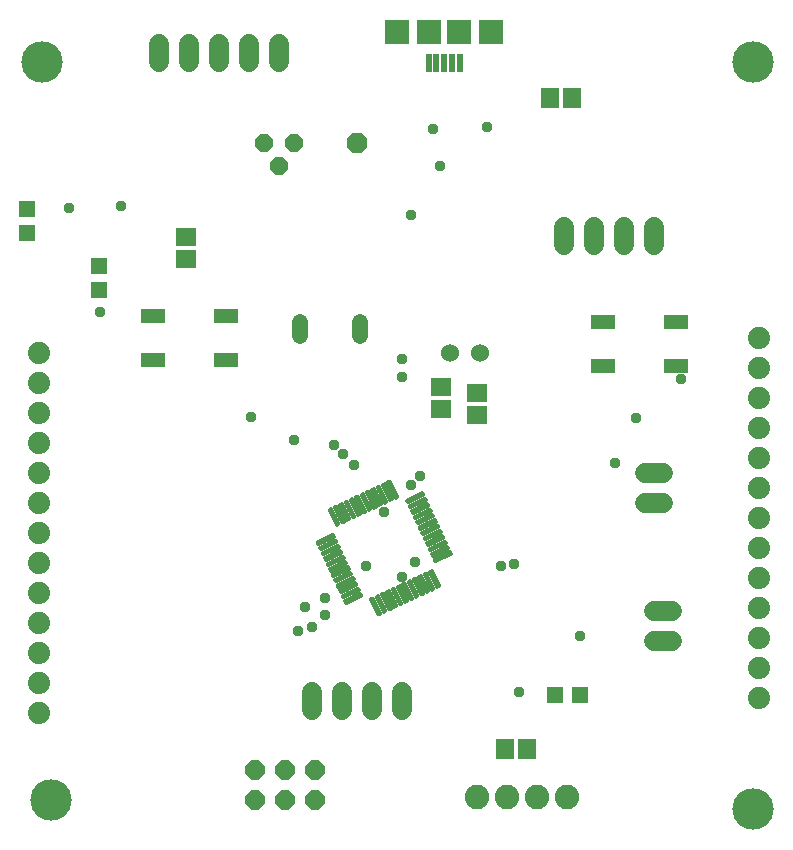
<source format=gbr>
G04 EAGLE Gerber RS-274X export*
G75*
%MOMM*%
%FSLAX34Y34*%
%LPD*%
%INSoldermask Top*%
%IPPOS*%
%AMOC8*
5,1,8,0,0,1.08239X$1,22.5*%
G01*
%ADD10R,1.703200X1.503200*%
%ADD11R,1.503200X1.703200*%
%ADD12R,0.553200X1.603200*%
%ADD13R,2.003200X2.103200*%
%ADD14R,2.103200X2.103200*%
%ADD15P,1.759533X8X22.500000*%
%ADD16C,1.727200*%
%ADD17C,1.879600*%
%ADD18R,1.403200X1.403200*%
%ADD19C,1.320800*%
%ADD20C,1.524000*%
%ADD21R,1.803200X1.503200*%
%ADD22R,1.503200X1.803200*%
%ADD23R,2.003200X1.303200*%
%ADD24C,2.082800*%
%ADD25P,1.649562X8X202.500000*%
%ADD26C,0.343072*%
%ADD27C,3.505200*%
%ADD28P,1.869504X8X22.500000*%
%ADD29C,0.959600*%


D10*
X406400Y390500D03*
X406400Y371500D03*
X375920Y395580D03*
X375920Y376580D03*
D11*
X429920Y88900D03*
X448920Y88900D03*
D12*
X391460Y669460D03*
X365460Y669460D03*
X384960Y669460D03*
X378460Y669460D03*
X371960Y669460D03*
D13*
X418460Y695960D03*
X338460Y695960D03*
D14*
X391160Y695960D03*
X365760Y695960D03*
D15*
X218440Y45720D03*
X218440Y71120D03*
X243840Y45720D03*
X243840Y71120D03*
X269240Y45720D03*
X269240Y71120D03*
D16*
X548640Y322580D02*
X563880Y322580D01*
X563880Y297180D02*
X548640Y297180D01*
X556260Y180340D02*
X571500Y180340D01*
X571500Y205740D02*
X556260Y205740D01*
D17*
X645160Y436880D03*
X645160Y411480D03*
X645160Y386080D03*
X645160Y360680D03*
X645160Y335280D03*
X645160Y309880D03*
X645160Y284480D03*
X645160Y259080D03*
X645160Y233680D03*
X645160Y208280D03*
X645160Y182880D03*
X645160Y157480D03*
X645160Y132080D03*
D16*
X238760Y670560D02*
X238760Y685800D01*
X213360Y685800D02*
X213360Y670560D01*
X187960Y670560D02*
X187960Y685800D01*
X162560Y685800D02*
X162560Y670560D01*
X137160Y670560D02*
X137160Y685800D01*
X480060Y530860D02*
X480060Y515620D01*
X505460Y515620D02*
X505460Y530860D01*
X530860Y530860D02*
X530860Y515620D01*
X556260Y515620D02*
X556260Y530860D01*
D17*
X35560Y424180D03*
X35560Y398780D03*
X35560Y373380D03*
X35560Y347980D03*
X35560Y322580D03*
X35560Y297180D03*
X35560Y271780D03*
X35560Y246380D03*
X35560Y220980D03*
X35560Y195580D03*
X35560Y170180D03*
X35560Y144780D03*
X35560Y119380D03*
D18*
X25400Y525440D03*
X25400Y546440D03*
D19*
X256540Y450088D02*
X256540Y438912D01*
X307340Y438912D02*
X307340Y450088D01*
D20*
X383540Y424180D03*
X408940Y424180D03*
D21*
X160020Y503580D03*
X160020Y522580D03*
D22*
X468020Y640080D03*
X487020Y640080D03*
D23*
X131560Y455380D03*
X193560Y455380D03*
X131560Y418380D03*
X193560Y418380D03*
X512560Y450300D03*
X574560Y450300D03*
X512560Y413300D03*
X574560Y413300D03*
D24*
X482600Y48260D03*
X457200Y48260D03*
X431800Y48260D03*
X406400Y48260D03*
D25*
X226060Y601980D03*
X238760Y582930D03*
X251460Y601980D03*
D26*
X338554Y302447D02*
X337283Y301855D01*
X331282Y314725D01*
X332553Y315317D01*
X338554Y302447D01*
X337310Y305114D02*
X335763Y305114D01*
X335791Y308373D02*
X334244Y308373D01*
X334271Y311632D02*
X332724Y311632D01*
X332752Y314891D02*
X331638Y314891D01*
X334022Y300334D02*
X332751Y299742D01*
X326750Y312612D01*
X328021Y313204D01*
X334022Y300334D01*
X332778Y303001D02*
X331231Y303001D01*
X331259Y306260D02*
X329712Y306260D01*
X329739Y309519D02*
X328192Y309519D01*
X328220Y312778D02*
X327106Y312778D01*
X329491Y298220D02*
X328220Y297628D01*
X322219Y310498D01*
X323490Y311090D01*
X329491Y298220D01*
X328247Y300887D02*
X326700Y300887D01*
X326728Y304146D02*
X325181Y304146D01*
X325208Y307405D02*
X323661Y307405D01*
X323689Y310664D02*
X322575Y310664D01*
X324959Y296107D02*
X323688Y295515D01*
X317687Y308385D01*
X318958Y308977D01*
X324959Y296107D01*
X323715Y298774D02*
X322168Y298774D01*
X322196Y302033D02*
X320649Y302033D01*
X320676Y305292D02*
X319129Y305292D01*
X319157Y308551D02*
X318043Y308551D01*
X320428Y293994D02*
X319157Y293402D01*
X313156Y306272D01*
X314427Y306864D01*
X320428Y293994D01*
X319184Y296661D02*
X317637Y296661D01*
X317665Y299920D02*
X316118Y299920D01*
X316145Y303179D02*
X314598Y303179D01*
X314626Y306438D02*
X313512Y306438D01*
X315896Y291881D02*
X314625Y291289D01*
X308624Y304159D01*
X309895Y304751D01*
X315896Y291881D01*
X314652Y294548D02*
X313105Y294548D01*
X313133Y297807D02*
X311586Y297807D01*
X311613Y301066D02*
X310066Y301066D01*
X310094Y304325D02*
X308980Y304325D01*
X311365Y289768D02*
X310094Y289176D01*
X304093Y302046D01*
X305364Y302638D01*
X311365Y289768D01*
X310121Y292435D02*
X308574Y292435D01*
X308602Y295694D02*
X307055Y295694D01*
X307082Y298953D02*
X305535Y298953D01*
X305563Y302212D02*
X304449Y302212D01*
X306833Y287655D02*
X305562Y287063D01*
X299561Y299933D01*
X300832Y300525D01*
X306833Y287655D01*
X305589Y290322D02*
X304042Y290322D01*
X304070Y293581D02*
X302523Y293581D01*
X302550Y296840D02*
X301003Y296840D01*
X301031Y300099D02*
X299917Y300099D01*
X302302Y285542D02*
X301031Y284950D01*
X295030Y297820D01*
X296301Y298412D01*
X302302Y285542D01*
X301058Y288209D02*
X299511Y288209D01*
X299539Y291468D02*
X297992Y291468D01*
X298019Y294727D02*
X296472Y294727D01*
X296500Y297986D02*
X295386Y297986D01*
X297770Y283429D02*
X296499Y282837D01*
X290498Y295707D01*
X291769Y296299D01*
X297770Y283429D01*
X296526Y286096D02*
X294979Y286096D01*
X295007Y289355D02*
X293460Y289355D01*
X293487Y292614D02*
X291940Y292614D01*
X291968Y295873D02*
X290854Y295873D01*
X293239Y281316D02*
X291968Y280724D01*
X285967Y293594D01*
X287238Y294186D01*
X293239Y281316D01*
X291995Y283983D02*
X290448Y283983D01*
X290476Y287242D02*
X288929Y287242D01*
X288956Y290501D02*
X287409Y290501D01*
X287437Y293760D02*
X286323Y293760D01*
X288707Y279203D02*
X287436Y278611D01*
X281435Y291481D01*
X282706Y292073D01*
X288707Y279203D01*
X287463Y281870D02*
X285916Y281870D01*
X285944Y285129D02*
X284397Y285129D01*
X284424Y288388D02*
X282877Y288388D01*
X282905Y291647D02*
X281791Y291647D01*
X271423Y263973D02*
X272015Y262702D01*
X271423Y263973D02*
X284293Y269974D01*
X284885Y268703D01*
X272015Y262702D01*
X275687Y265961D02*
X279004Y265961D01*
X282676Y269220D02*
X284644Y269220D01*
X273536Y259441D02*
X274128Y258170D01*
X273536Y259441D02*
X286406Y265442D01*
X286998Y264171D01*
X274128Y258170D01*
X277800Y261429D02*
X281117Y261429D01*
X284789Y264688D02*
X286757Y264688D01*
X275650Y254910D02*
X276242Y253639D01*
X275650Y254910D02*
X288520Y260911D01*
X289112Y259640D01*
X276242Y253639D01*
X279914Y256898D02*
X283231Y256898D01*
X286903Y260157D02*
X288871Y260157D01*
X277763Y250378D02*
X278355Y249107D01*
X277763Y250378D02*
X290633Y256379D01*
X291225Y255108D01*
X278355Y249107D01*
X282027Y252366D02*
X285344Y252366D01*
X289016Y255625D02*
X290984Y255625D01*
X279876Y245847D02*
X280468Y244576D01*
X279876Y245847D02*
X292746Y251848D01*
X293338Y250577D01*
X280468Y244576D01*
X284140Y247835D02*
X287457Y247835D01*
X291129Y251094D02*
X293097Y251094D01*
X281989Y241315D02*
X282581Y240044D01*
X281989Y241315D02*
X294859Y247316D01*
X295451Y246045D01*
X282581Y240044D01*
X286253Y243303D02*
X289570Y243303D01*
X293242Y246562D02*
X295210Y246562D01*
X284102Y236784D02*
X284694Y235513D01*
X284102Y236784D02*
X296972Y242785D01*
X297564Y241514D01*
X284694Y235513D01*
X288366Y238772D02*
X291683Y238772D01*
X295355Y242031D02*
X297323Y242031D01*
X286215Y232252D02*
X286807Y230981D01*
X286215Y232252D02*
X299085Y238253D01*
X299677Y236982D01*
X286807Y230981D01*
X290479Y234240D02*
X293796Y234240D01*
X297468Y237499D02*
X299436Y237499D01*
X288328Y227721D02*
X288920Y226450D01*
X288328Y227721D02*
X301198Y233722D01*
X301790Y232451D01*
X288920Y226450D01*
X292592Y229709D02*
X295909Y229709D01*
X299581Y232968D02*
X301549Y232968D01*
X290441Y223189D02*
X291033Y221918D01*
X290441Y223189D02*
X303311Y229190D01*
X303903Y227919D01*
X291033Y221918D01*
X294705Y225177D02*
X298022Y225177D01*
X301694Y228436D02*
X303662Y228436D01*
X292554Y218658D02*
X293146Y217387D01*
X292554Y218658D02*
X305424Y224659D01*
X306016Y223388D01*
X293146Y217387D01*
X296818Y220646D02*
X300135Y220646D01*
X303807Y223905D02*
X305775Y223905D01*
X294667Y214126D02*
X295259Y212855D01*
X294667Y214126D02*
X307537Y220127D01*
X308129Y218856D01*
X295259Y212855D01*
X298931Y216114D02*
X302248Y216114D01*
X305920Y219373D02*
X307888Y219373D01*
X322767Y202843D02*
X324038Y203435D01*
X322767Y202843D02*
X316766Y215713D01*
X318037Y216305D01*
X324038Y203435D01*
X322794Y206102D02*
X321247Y206102D01*
X321275Y209361D02*
X319728Y209361D01*
X319755Y212620D02*
X318208Y212620D01*
X318236Y215879D02*
X317122Y215879D01*
X327299Y204956D02*
X328570Y205548D01*
X327299Y204956D02*
X321298Y217826D01*
X322569Y218418D01*
X328570Y205548D01*
X327326Y208215D02*
X325779Y208215D01*
X325807Y211474D02*
X324260Y211474D01*
X324287Y214733D02*
X322740Y214733D01*
X322768Y217992D02*
X321654Y217992D01*
X331830Y207070D02*
X333101Y207662D01*
X331830Y207070D02*
X325829Y219940D01*
X327100Y220532D01*
X333101Y207662D01*
X331857Y210329D02*
X330310Y210329D01*
X330338Y213588D02*
X328791Y213588D01*
X328818Y216847D02*
X327271Y216847D01*
X327299Y220106D02*
X326185Y220106D01*
X336362Y209183D02*
X337633Y209775D01*
X336362Y209183D02*
X330361Y222053D01*
X331632Y222645D01*
X337633Y209775D01*
X336389Y212442D02*
X334842Y212442D01*
X334870Y215701D02*
X333323Y215701D01*
X333350Y218960D02*
X331803Y218960D01*
X331831Y222219D02*
X330717Y222219D01*
X340893Y211296D02*
X342164Y211888D01*
X340893Y211296D02*
X334892Y224166D01*
X336163Y224758D01*
X342164Y211888D01*
X340920Y214555D02*
X339373Y214555D01*
X339401Y217814D02*
X337854Y217814D01*
X337881Y221073D02*
X336334Y221073D01*
X336362Y224332D02*
X335248Y224332D01*
X345425Y213409D02*
X346696Y214001D01*
X345425Y213409D02*
X339424Y226279D01*
X340695Y226871D01*
X346696Y214001D01*
X345452Y216668D02*
X343905Y216668D01*
X343933Y219927D02*
X342386Y219927D01*
X342413Y223186D02*
X340866Y223186D01*
X340894Y226445D02*
X339780Y226445D01*
X349956Y215522D02*
X351227Y216114D01*
X349956Y215522D02*
X343955Y228392D01*
X345226Y228984D01*
X351227Y216114D01*
X349983Y218781D02*
X348436Y218781D01*
X348464Y222040D02*
X346917Y222040D01*
X346944Y225299D02*
X345397Y225299D01*
X345425Y228558D02*
X344311Y228558D01*
X354488Y217635D02*
X355759Y218227D01*
X354488Y217635D02*
X348487Y230505D01*
X349758Y231097D01*
X355759Y218227D01*
X354515Y220894D02*
X352968Y220894D01*
X352996Y224153D02*
X351449Y224153D01*
X351476Y227412D02*
X349929Y227412D01*
X349957Y230671D02*
X348843Y230671D01*
X359019Y219748D02*
X360290Y220340D01*
X359019Y219748D02*
X353018Y232618D01*
X354289Y233210D01*
X360290Y220340D01*
X359046Y223007D02*
X357499Y223007D01*
X357527Y226266D02*
X355980Y226266D01*
X356007Y229525D02*
X354460Y229525D01*
X354488Y232784D02*
X353374Y232784D01*
X363551Y221861D02*
X364822Y222453D01*
X363551Y221861D02*
X357550Y234731D01*
X358821Y235323D01*
X364822Y222453D01*
X363578Y225120D02*
X362031Y225120D01*
X362059Y228379D02*
X360512Y228379D01*
X360539Y231638D02*
X358992Y231638D01*
X359020Y234897D02*
X357906Y234897D01*
X368082Y223974D02*
X369353Y224566D01*
X368082Y223974D02*
X362081Y236844D01*
X363352Y237436D01*
X369353Y224566D01*
X368109Y227233D02*
X366562Y227233D01*
X366590Y230492D02*
X365043Y230492D01*
X365070Y233751D02*
X363523Y233751D01*
X363551Y237010D02*
X362437Y237010D01*
X372614Y226087D02*
X373885Y226679D01*
X372614Y226087D02*
X366613Y238957D01*
X367884Y239549D01*
X373885Y226679D01*
X372641Y229346D02*
X371094Y229346D01*
X371122Y232605D02*
X369575Y232605D01*
X369602Y235864D02*
X368055Y235864D01*
X368083Y239123D02*
X366969Y239123D01*
X371027Y248186D02*
X370435Y249457D01*
X383305Y255458D01*
X383897Y254187D01*
X371027Y248186D01*
X374699Y251445D02*
X378016Y251445D01*
X381688Y254704D02*
X383656Y254704D01*
X368914Y252718D02*
X368322Y253989D01*
X381192Y259990D01*
X381784Y258719D01*
X368914Y252718D01*
X372586Y255977D02*
X375903Y255977D01*
X379575Y259236D02*
X381543Y259236D01*
X366800Y257249D02*
X366208Y258520D01*
X379078Y264521D01*
X379670Y263250D01*
X366800Y257249D01*
X370472Y260508D02*
X373789Y260508D01*
X377461Y263767D02*
X379429Y263767D01*
X364687Y261781D02*
X364095Y263052D01*
X376965Y269053D01*
X377557Y267782D01*
X364687Y261781D01*
X368359Y265040D02*
X371676Y265040D01*
X375348Y268299D02*
X377316Y268299D01*
X362574Y266312D02*
X361982Y267583D01*
X374852Y273584D01*
X375444Y272313D01*
X362574Y266312D01*
X366246Y269571D02*
X369563Y269571D01*
X373235Y272830D02*
X375203Y272830D01*
X360461Y270844D02*
X359869Y272115D01*
X372739Y278116D01*
X373331Y276845D01*
X360461Y270844D01*
X364133Y274103D02*
X367450Y274103D01*
X371122Y277362D02*
X373090Y277362D01*
X358348Y275375D02*
X357756Y276646D01*
X370626Y282647D01*
X371218Y281376D01*
X358348Y275375D01*
X362020Y278634D02*
X365337Y278634D01*
X369009Y281893D02*
X370977Y281893D01*
X356235Y279907D02*
X355643Y281178D01*
X368513Y287179D01*
X369105Y285908D01*
X356235Y279907D01*
X359907Y283166D02*
X363224Y283166D01*
X366896Y286425D02*
X368864Y286425D01*
X354122Y284438D02*
X353530Y285709D01*
X366400Y291710D01*
X366992Y290439D01*
X354122Y284438D01*
X357794Y287697D02*
X361111Y287697D01*
X364783Y290956D02*
X366751Y290956D01*
X352009Y288970D02*
X351417Y290241D01*
X364287Y296242D01*
X364879Y294971D01*
X352009Y288970D01*
X355681Y292229D02*
X358998Y292229D01*
X362670Y295488D02*
X364638Y295488D01*
X349896Y293501D02*
X349304Y294772D01*
X362174Y300773D01*
X362766Y299502D01*
X349896Y293501D01*
X353568Y296760D02*
X356885Y296760D01*
X360557Y300019D02*
X362525Y300019D01*
X347783Y298033D02*
X347191Y299304D01*
X360061Y305305D01*
X360653Y304034D01*
X347783Y298033D01*
X351455Y301292D02*
X354772Y301292D01*
X358444Y304551D02*
X360412Y304551D01*
D18*
X493100Y134620D03*
X472100Y134620D03*
X86360Y477180D03*
X86360Y498180D03*
D27*
X38100Y670560D03*
X640080Y670560D03*
X45720Y45720D03*
X640080Y38100D03*
D16*
X342900Y121920D02*
X342900Y137160D01*
X317500Y137160D02*
X317500Y121920D01*
X292100Y121920D02*
X292100Y137160D01*
X266700Y137160D02*
X266700Y121920D01*
D28*
X304800Y601980D03*
D29*
X60960Y547116D03*
X260604Y208788D03*
X437388Y245364D03*
X441960Y137160D03*
X312420Y243840D03*
X342900Y419100D03*
X251460Y350520D03*
X358140Y320040D03*
X342900Y234696D03*
X374904Y582168D03*
X426720Y243840D03*
X522732Y330708D03*
X579120Y402336D03*
X277368Y216408D03*
X277368Y202692D03*
X266700Y192024D03*
X292608Y338328D03*
X284988Y345948D03*
X301752Y329184D03*
X327660Y289560D03*
X350520Y312420D03*
X541020Y368808D03*
X214884Y370332D03*
X105156Y548640D03*
X86868Y458724D03*
X353568Y246888D03*
X254508Y188976D03*
X414528Y615696D03*
X368808Y614172D03*
X493776Y184404D03*
X350520Y541020D03*
X342900Y403860D03*
M02*

</source>
